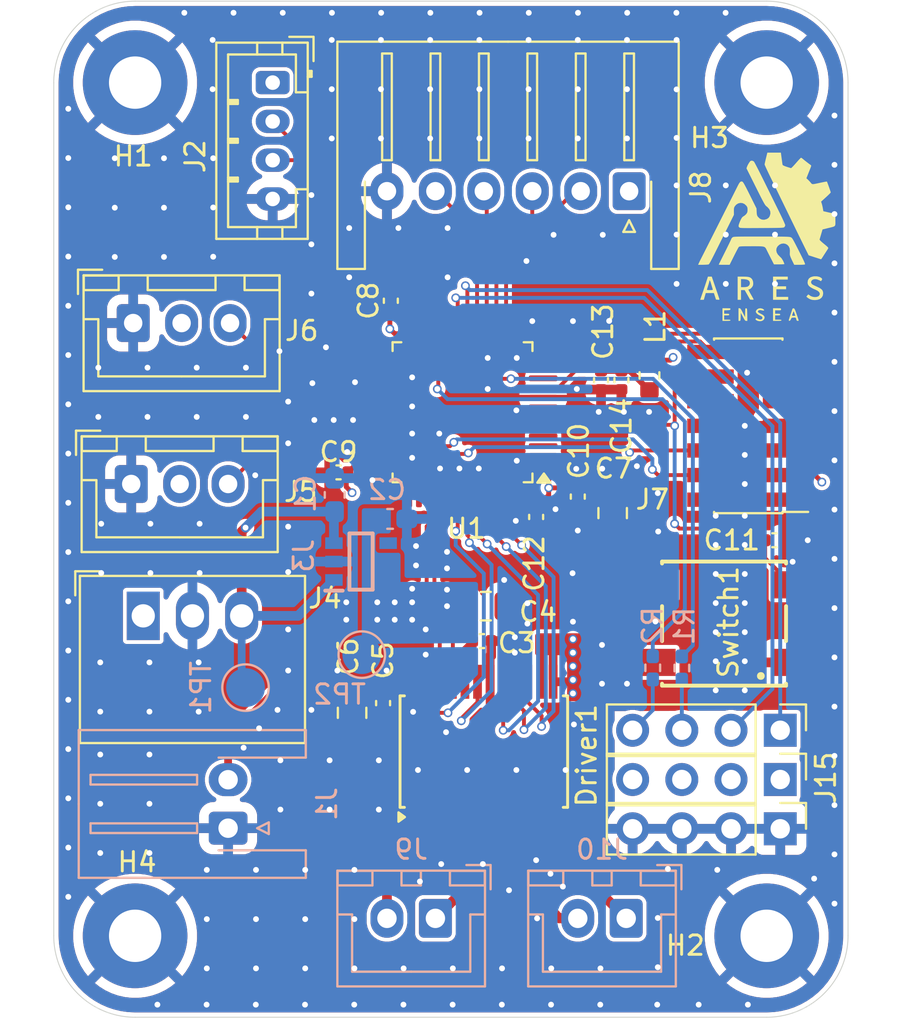
<source format=kicad_pcb>
(kicad_pcb (version 20241229) (generator "pcbnew") (generator_version "9.0")
  (title_block (comment 1 "Les deux erreurs DRC sont normales  : on prendra des pinheader 3x4 "))
  (layers (0 "F.Cu" signal) (4 "In1.Cu" signal) (6 "In2.Cu" signal) (2 "B.Cu" signal) (13 "F.Paste" user) (15 "B.Paste" user) (5 "F.SilkS" user "F.Silkscreen") (7 "B.SilkS" user "B.Silkscreen") (1 "F.Mask" user) (3 "B.Mask" user) (25 "Edge.Cuts" user))
  (net 0 "")
  (net 1 "GND")
  (net 2 "+5V")
  (net 3 "+3.3V")
  (net 4 "+7.5V")
  (net 5 "NRST")
  (net 6 "+3.3VA")
  (net 7 "AIN2")
  (net 8 "BIN2")
  (net 9 "BO2")
  (net 10 "AO1")
  (net 11 "BO1")
  (net 12 "PWMA")
  (net 13 "AIN1")
  (net 14 "BIN1")
  (net 15 "AO2")
  (net 16 "STBY")
  (net 17 "PWMB")
  (net 18 "Triger")
  (net 19 "Echo")
  (net 20 "PWM_Servo2")
  (net 21 "PWM_Servo1")
  (net 23 "SWCLK")
  (net 25 "SWDIO")
  (net 27 "STLINK_TX")
  (net 30 "STLINK_RX")
  (net 31 "IR_2")
  (net 32 "IR_4")
  (net 33 "IR_1")
  (net 34 "IR_3")
  (net 38 "Net-(J11-Pin_4)")
  (net 40 "GPIO2")
  (net 45 "GPIO1")
  (net 51 "Net-(J11-Pin_3)")
  (net 57 "RedLED")
  (net 58 "YellowLED")
  (footprint "Connector_PinHeader_2.54mm:PinHeader_1x04_P2.54mm_Vertical" (layer "F.Cu") (at 147.7 80.08 -90)
    (property "Reference" "J14" (hide yes))
    (property "Value" "Conn_01x04")
  )
  (footprint "MountingHole:MountingHole_2.7mm_M2.5_Pad" (layer "F.Cu") (at 147 85.6)
    (property "Reference" "H2")
    (property "Value" "MountingHole_Pad")
  )
  (footprint "Capacitor_SMD:C_0402_1005Metric" (layer "F.Cu") (at 147.4 65.2)
    (property "Reference" "C11")
    (property "Value" "10n")
  )
  (footprint "Connector_PinHeader_1.27mm:PinHeader_2x07_P1.27mm_Vertical_SMD" (layer "F.Cu") (at 146.05 59.3 180)
    (property "Reference" "J7")
    (property "Value" "Conn_ST_STDC14")
  )
  (footprint "Connector_JST:JST_PH_B4B-PH-K_1x04_P2.00mm_Vertical" (layer "F.Cu") (at 121.5 41.6 -90)
    (property "Reference" "J2")
    (property "Value" "Conn_01x04")
  )
  (footprint "Connector_PinHeader_2.54mm:PinHeader_1x04_P2.54mm_Vertical" (layer "F.Cu") (at 147.7 77.54 -90)
    (property "Reference" "J15")
    (property "Value" "Conn_01x04")
  )
  (footprint "bouton_Wurth_SMD:430471025826" (layer "F.Cu") (at 144.8 69.5 180)
    (property "Reference" "Switch1")
    (property "Value" "430471025826")
    (property "VALUE" "430471025826" (hide yes))
  )
  (footprint "Inductor_SMD:L_0603_1608Metric" (layer "F.Cu") (at 140.95 56.7 90)
    (property "Reference" "L1")
    (property "Value" "39n")
  )
  (footprint "Converter_DCDC:Converter_DCDC_RECOM_R-78B-2.0_THT" (layer "F.Cu") (at 114.82 69.1)
    (property "Reference" "J4")
    (property "Value" "R-78B5.0-2.0")
  )
  (footprint "Capacitor_SMD:C_0402_1005Metric" (layer "F.Cu") (at 137.25 62.95 -90)
    (property "Reference" "C10")
    (property "Value" "100n")
  )
  (footprint "MountingHole:MountingHole_2.7mm_M2.5_Pad" (layer "F.Cu") (at 114.4 41.6)
    (property "Reference" "H1")
    (property "Value" "MountingHole_Pad")
  )
  (footprint "Capacitor_SMD:C_0402_1005Metric" (layer "F.Cu") (at 135.1 64 -90)
    (property "Reference" "C12")
    (property "Value" "100n")
  )
  (footprint "Capacitor_SMD:C_0805_2012Metric" (layer "F.Cu") (at 132.5 68.6)
    (property "Reference" "C4")
    (property "Value" "10u")
  )
  (footprint "Package_SO:SSOP-24_5.3x8.2mm_P0.65mm" (layer "F.Cu") (at 132.4 76.1 90)
    (property "Reference" "Driver1")
    (property "Value" "TB6612FNG")
  )
  (footprint "Connector_JST:JST_XH_B3B-XH-A_1x03_P2.50mm_Vertical" (layer "F.Cu") (at 114.2 62.3)
    (property "Reference" "J5")
    (property "Value" "Conn_01x03")
  )
  (footprint "Capacitor_SMD:C_0402_1005Metric" (layer "F.Cu") (at 139.5 56.95 -90)
    (property "Reference" "C14")
    (property "Value" "1u")
  )
  (footprint "Connector_JST:JST_XH_B3B-XH-A_1x03_P2.50mm_Vertical" (layer "F.Cu") (at 114.3 54)
    (property "Reference" "J6")
    (property "Value" "Conn_01x03")
  )
  (footprint "Connector_PinHeader_2.54mm:PinHeader_1x04_P2.54mm_Vertical" (layer "F.Cu") (at 147.7 75 -90)
    (property "Reference" "J11" (hide yes))
    (property "Value" "Conn_01x04")
  )
  (footprint "Capacitor_SMD:C_0402_1005Metric" (layer "F.Cu") (at 127.2 73.6 -90)
    (property "Reference" "C5")
    (property "Value" "100n")
  )
  (footprint "Capacitor_SMD:C_0402_1005Metric" (layer "F.Cu") (at 132.3 70.4)
    (property "Reference" "C3")
    (property "Value" "100n")
  )
  (footprint "MountingHole:MountingHole_2.7mm_M2.5_Pad" (layer "F.Cu") (at 147 41.6)
    (property "Reference" "H3")
    (property "Value" "MountingHole_Pad")
  )
  (footprint "Capacitor_SMD:C_0402_1005Metric" (layer "F.Cu") (at 127.6 52.85 90)
    (property "Reference" "C8")
    (property "Value" "100n")
  )
  (footprint "Capacitor_SMD:C_0805_2012Metric" (layer "F.Cu") (at 125.6 74.1 -90)
    (property "Reference" "C6")
    (property "Value" "10u")
  )
  (footprint "logoares:logoares" (layer "F.Cu") (at 146.85 49.8)
    (property "Reference" "G***" (hide yes))
    (property "Value" "LOGO" (hide yes))
  )
  (footprint "Capacitor_SMD:C_0402_1005Metric" (layer "F.Cu") (at 124.9 61.7 180)
    (property "Reference" "C9")
    (property "Value" "100n")
  )
  (footprint "Package_QFP:LQFP-48_7x7mm_P0.5mm" (layer "F.Cu") (at 131.3 58.6 180)
    (property "Reference" "U1")
    (property "Value" "STM32L552CCTx")
  )
  (footprint "MountingHole:MountingHole_2.7mm_M2.5_Pad" (layer "F.Cu") (at 114.4 85.6)
    (property "Reference" "H4")
    (property "Value" "MountingHole_Pad")
  )
  (footprint "Connector_JST:JST_XH_S6B-XH-A-1_1x06_P2.50mm_Horizontal" (layer "F.Cu") (at 139.9 47.2 180)
    (property "Reference" "J8")
    (property "Value" "Conn_01x06")
  )
  (footprint "Capacitor_SMD:C_0402_1005Metric" (layer "F.Cu") (at 138.45 56.95 -90)
    (property "Reference" "C13")
    (property "Value" "10n")
  )
  (footprint "Capacitor_SMD:C_0805_2012Metric" (layer "F.Cu") (at 139.05 63.8 -90)
    (property "Reference" "C7")
    (property "Value" "4u7")
  )
  (footprint "Resistor_SMD:R_0402_1005Metric_Pad0.72x0.64mm_HandSolder" (layer "B.Cu") (at 141.12 71.78 -90)
    (property "Reference" "R2")
    (property "Value" "49.9")
  )
  (footprint "TestPoint:TestPoint_Pad_D2.0mm" (layer "B.Cu") (at 126.1 71.1 180)
    (property "Reference" "TP2")
    (property "Value" "TestPoint")
  )
  (footprint "Connector_JST:JST_XH_B2B-XH-A_1x02_P2.50mm_Vertical" (layer "B.Cu") (at 129.9 84.7 180)
    (property "Reference" "J9")
    (property "Value" "Conn_01x02")
  )
  (footprint "Connector_JST:JST_XH_S2B-XH-A-1_1x02_P2.50mm_Horizontal" (layer "B.Cu") (at 119.2 80.05 90)
    (property "Reference" "J1")
    (property "Value" "Conn_01x02")
  )
  (footprint "Resistor_SMD:R_0402_1005Metric_Pad0.72x0.64mm_HandSolder" (layer "B.Cu") (at 142.62 71.79 -90)
    (property "Reference" "R1")
    (property "Value" "75")
  )
  (footprint "TestPoint:TestPoint_Pad_D2.0mm" (layer "B.Cu") (at 120.1 72.8 180)
    (property "Reference" "TP1")
    (property "Value" "TestPoint")
  )
  (footprint "Connector_JST:JST_XH_B2B-XH-A_1x02_P2.50mm_Vertical" (layer "B.Cu") (at 139.75 84.7 180)
    (property "Reference" "J10")
    (property "Value" "Conn_01x02")
  )
  (footprint "BU33SD5WG-TR:SOT95P280X125-5N" (layer "B.Cu") (at 126.0625 66.3)
    (property "Reference" "J3")
    (property "Value" "BU33SD5WG-TR")
  )
  (footprint "Capacitor_SMD:C_0603_1608Metric_Pad1.08x0.95mm_HandSolder" (layer "B.Cu") (at 127.5625 64.1)
    (property "Reference" "C2")
    (property "Value" "1uF")
  )
  (footprint "Capacitor_SMD:C_0603_1608Metric_Pad1.08x0.95mm_HandSolder" (layer "B.Cu") (at 124.7 62.8625 90)
    (property "Reference" "C1")
    (property "Value" "1uF")
  )
  (gr_arc (start 110.2 41.6) (mid 111.430152 38.630152) (end 114.4 37.4) (stroke (width 0.05)) (layer "Edge.Cuts"))
  (gr_line (start 147 37.4) (end 114.4 37.4) (stroke (width 0.05)) (layer "Edge.Cuts"))
  (gr_arc (start 114.4 89.8) (mid 111.430152 88.569848) (end 110.2 85.6) (stroke (width 0.05)) (layer "Edge.Cuts"))
  (gr_line (start 114.4 89.8) (end 147 89.8) (stroke (width 0.05)) (layer "Edge.Cuts"))
  (gr_arc (start 147 37.4) (mid 149.969848 38.630152) (end 151.2 41.6) (stroke (width 0.05)) (layer "Edge.Cuts"))
  (gr_line (start 151.2 85.6) (end 151.2 41.6) (stroke (width 0.05)) (layer "Edge.Cuts"))
  (gr_arc (start 151.2 85.6) (mid 149.969848 88.569848) (end 147 89.8) (stroke (width 0.05)) (layer "Edge.Cuts"))
  (gr_line (start 110.2 41.6) (end 110.2 85.6) (stroke (width 0.05)) (layer "Edge.Cuts"))
  (via (at 150.5 71.24) (size 0.45) (drill 0.3) (layers "F.Cu" "B.Cu") (net 1))
  (via (at 150.5 61.08) (size 0.45) (drill 0.3) (layers "F.Cu" "B.Cu") (net 1))
  (via (at 125.3 69.3) (size 0.45) (drill 0.3) (layers "F.Cu" "B.Cu") (net 1))
  (via (at 123.55 57.1) (size 0.45) (drill 0.3) (layers "F.Cu" "B.Cu") (net 1))
  (via (at 132.17 39.4) (size 0.45) (drill 0.3) (layers "F.Cu" "B.Cu") (net 1))
  (via (at 145.87 63.94) (size 0.45) (drill 0.3) (layers "F.Cu" "B.Cu") (net 1))
  (via (at 134.71 41.94) (size 0.45) (drill 0.3) (layers "F.Cu" "B.Cu") (net 1))
  (via (at 124.55 39.4) (size 0.45) (drill 0.3) (layers "F.Cu" "B.Cu") (net 1))
  (via (at 129.4 71.1) (size 0.45) (drill 0.3) (layers "F.Cu" "B.Cu") (net 1))
  (via (at 135.87 89.15) (size 0.45) (drill 0.3) (layers "F.Cu" "B.Cu") (net 1))
  (via (at 128.7 60.95) (size 0.45) (drill 0.3) (layers "F.Cu" "B.Cu") (net 1))
  (via (at 139.79 72.6) (size 0.45) (drill 0.3) (layers "F.Cu" "B.Cu") (net 1))
  (via (at 118.09 89.15) (size 0.45) (drill 0.3) (layers "F.Cu" "B.Cu") (net 1))
  (via (at 140.3 61.38) (size 0.45) (drill 0.3) (layers "F.Cu" "B.Cu") (net 1))
  (via (at 113.35 48.05) (size 0.45) (drill 0.3) (layers "F.Cu" "B.Cu") (net 1))
  (via (at 133.34 87.28) (size 0.45) (drill 0.3) (layers "F.Cu" "B.Cu") (net 1))
  (via (at 110.95 53.11) (size 0.45) (drill 0.3) (layers "F.Cu" "B.Cu") (net 1))
  (via (at 120.63 89.15) (size 0.45) (drill 0.3) (layers "F.Cu" "B.Cu") (net 1))
  (via (at 130.8 87.28) (size 0.45) (drill 0.3) (layers "F.Cu" "B.Cu") (net 1))
  (via (at 136.98 66.9) (size 0.45) (drill 0.3) (layers "F.Cu" "B.Cu") (net 1))
  (via (at 138.5 70.6) (size 0.45) (drill 0.3) (layers "F.Cu" "B.Cu") (net 1))
  (via (at 110.95 55.65) (size 0.45) (drill 0.3) (layers "F.Cu" "B.Cu") (net 1))
  (via (at 122.02 38) (size 0.45) (drill 0.3) (layers "F.Cu" "B.Cu") (net 1))
  (via (at 134.72 38) (size 0.45) (drill 0.3) (layers "F.Cu" "B.Cu") (net 1))
  (via (at 130.5 65.8) (size 0.45) (drill 0.3) (layers "F.Cu" "B.Cu") (net 1))
  (via (at 129.63 44.48) (size 0.45) (drill 0.3) (layers "F.Cu" "B.Cu") (net 1))
  (via (at 145.87 65.44) (size 0.45) (drill 0.3) (layers "F.Cu" "B.Cu") (net 1))
  (via (at 117.68 74.04) (size 0.45) (drill 0.3) (layers "F.Cu" "B.Cu") (net 1))
  (via (at 145.87 59.3) (size 0.45) (drill 0.3) (layers "F.Cu" "B.Cu") (net 1))
  (via (at 148.34 66.31) (size 0.45) (drill 0.3) (layers "F.Cu" "B.Cu") (net 1))
  (via (at 115.89 48.05) (size 0.45) (drill 0.3) (layers "F.Cu" "B.Cu") (net 1))
  (via (at 129 77.05) (size 0.45) (drill 0.3) (layers "F.Cu" "B.Cu") (net 1))
  (via (at 137.05 74.7) (size 0.45) (drill 0.3) (layers "F.Cu" "B.Cu") (net 1))
  (via (at 112.65 64.35) (size 0.45) (drill 0.3) (layers "F.Cu" "B.Cu") (net 1))
  (via (at 112.6 74.04) (size 0.45) (drill 0.3) (layers "F.Cu" "B.Cu") (net 1))
  (via (at 130.79 89.15) (size 0.45) (drill 0.3) (layers "F.Cu" "B.Cu") (net 1))
  (via (at 130.53 51.64) (size 0.45) (drill 0.3) (layers "F.Cu" "B.Cu") (net 1))
  (via (at 144.37 63.94) (size 0.45) (drill 0.3) (layers "F.Cu" "B.Cu") (net 1))
  (via (at 135.88 87.28) (size 0.45) (drill 0.3) (layers "F.Cu" "B.Cu") (net 1))
  (via (at 123.5 47.4) (size 0.45) (drill 0.3) (layers "F.Cu" "B.Cu") (net 1))
  (via (at 115.14 81.33) (size 0.45) (drill 0.3) (layers "F.Cu" "B.Cu") (net 1))
  (via (at 136.48 83.06) (size 0.45) (drill 0.3) (layers "F.Cu" "B.Cu") (net 1))
  (via (at 125.45 49.1) (size 0.45) (drill 0.3) (layers "F.Cu" "B.Cu") (net 1))
  (via (at 110.95 75.97) (size 0.45) (drill 0.3) (layers "F.Cu" "B.Cu") (net 1))
  (via (at 138.87 53.89) (size 0.45) (drill 0.3) (layers "F.Cu" "B.Cu") (net 1))
  (via (at 137.17 61.52) (size 0.45) (drill 0.3) (layers "F.Cu" "B.Cu") (net 1))
  (via (at 122.3 64.5) (size 0.45) (drill 0.3) (layers "F.Cu" "B.Cu") (net 1))
  (via (at 128.75 74.05) (size 0.45) (drill 0.3) (layers "F.Cu" "B.Cu") (net 1))
  (via (at 144.88 38) (size 0.45) (drill 0.3) (layers "F.Cu" "B.Cu") (net 1))
  (via (at 124.65 59) (size 0.45) (drill 0.3) (layers "F.Cu" "B.Cu") (net 1))
  (via (at 150.5 68.7) (size 0.45) (drill 0.3) (layers "F.Cu" "B.Cu") (net 1))
  (via (at 142.35 41.95) (size 0.45) (drill 0.3) (layers "F.Cu" "B.Cu") (net 1))
  (via (at 139.79 41.94) (size 0.45) (drill 0.3) (layers "F.Cu" "B.Cu") (net 1))
  (via (at 123.18 87.28) (size 0.45) (drill 0.3) (layers "F.Cu" "B.Cu") (net 1))
  (via (at 137.25 44.48) (size 0.45) (drill 0.3) (layers "F.Cu" "B.Cu") (net 1))
  (via (at 149.12 65.2) (size 0.45) (drill 0.3) (layers "F.Cu" "B.Cu") (net 1))
  (via (at 136 49.45) (size 0.45) (drill 0.3) (layers "F.Cu" "B.Cu") (net 1))
  (via (at 118.43 48.04) (size 0.45) (drill 0.3) (layers "F.Cu" "B.Cu") (net 1))
  (via (at 138.41 89.15) (size 0.45) (drill 0.3) (layers "F.Cu" "B.Cu") (net 1))
  (via (at 124.84 71.92) (size 0.45) (drill 0.3) (layers "F.Cu" "B.Cu") (net 1))
  (via (at 122.3 71.92) (size 0.45) (drill 0.3) (layers "F.Cu" "B.Cu") (net 1))
  (via (at 138.51 61.51) (size 0.45) (drill 0.3) (layers "F.Cu" "B.Cu") (net 1))
  (via (at 112.65 66.89) (size 0.45) (drill 0.3) (layers "F.Cu" "B.Cu") (net 1))
  (via (at 131.54 77.05) (size 0.45) (drill 0.3) (layers "F.Cu" "B.Cu") (net 1))
  (via (at 137.25 39.4) (size 0.45) (drill 0.3) (layers "F.Cu" "B.Cu") (net 1))
  (via (at 125.72 84.74) (size 0.45) (drill 0.3) (layers "F.Cu" "B.Cu") (net 1))
  (via (at 150.5 73.78) (size 0.45) (drill 0.3) (layers "F.Cu" "B.Cu") (net 1))
  (via (at 115.04 56.3) (size 0.45) (drill 0.3) (layers "F.Cu" "B.Cu") (net 1))
  (via (at 118.43 50.58) (size 0.45) (drill 0.3) (layers "F.Cu" "B.Cu") (net 1))
  (via (at 150.5 81.4) (size 0.45) (drill 0.3) (layers "F.Cu" "B.Cu") (net 1))
  (via (at 144.37 69.94) (size 0.45) (drill 0.3) (layers "F.Cu" "B.Cu") (net 1))
  (via (at 149.45 82.65) (size 0.45) (drill 0.3) (layers "F.Cu" "B.Cu") (net 1))
  (via (at 150.5 43.3) (size 0.45) (drill 0.3) (layers "F.Cu" "B.Cu") (net 1))
  (via (at 134.08 58.5) (size 0.45) (drill 0.3) (layers "F.Cu" "B.Cu") (net 1))
  (via (at 110.95 83.59) (size 0.45) (drill 0.3) (layers "F.Cu" "B.Cu") (net 1))
  (via (at 123.5 52.48) (size 0.45) (drill 0.3) (layers "F.Cu" "B.Cu") (net 1))
  (via (at 150.5 76.32) (size 0.45) (drill 0.3) (layers "F.Cu" "B.Cu") (net 1))
  (via (at 147.43 51.98) (size 0.45) (drill 0.3) (layers "F.Cu" "B.Cu") (net 1))
  (via (at 123.65 59) (size 0.45) (drill 0.3) (layers "F.Cu" "B.Cu") (net 1))
  (via (at 130.45 75.1) (size 0.45) (drill 0.3) (layers "F.Cu" "B.Cu") (net 1))
  (via (at 112.6 78.79) (size 0.45) (drill 0.3) (layers "F.Cu" "B.Cu") (net 1))
  (via (at 136.1 63.6) (size 0.45) (drill 0.3) (layers "F.Cu" "B.Cu") (net 1))
  (via (at 144.45 82.2) (size 0.45) (drill 0.3) (layers "F.Cu" "B.Cu") (net 1))
  (via (at 117.73 66.89) (size 0.45) (drill 0.3) (layers "F.Cu" "B.Cu") (net 1))
  (via (at 150.5 78.86) (size 0.45) (drill 0.3) (layers "F.Cu" "B.Cu") (net 1))
  (via (at 134.65 68.45) (size 0.45) (drill 0.3) (layers "F.Cu" "B.Cu") (net 1))
  (via (at 113.35 50.59) (size 0.45) (drill 0.3) (layers "F.Cu" "B.Cu") (net 1))
  (via (at 139.63 58.58) (size 0.45) (drill 0.3) (layers "F.Cu" "B.Cu") (net 1))
  (via (at 139.8 38) (size 0.45) (drill 0.3) (layers "F.Cu" "B.Cu") (net 1))
  (via (at 126.98 76.55) (size 0.45) (drill 0.3) (layers "F.Cu" "B.Cu") (net 1))
  (via (at 118.1 87.28) (size 0.45) (drill 0.3) (layers "F.Cu" "B.Cu") (net 1))
  (via (at 110.95 78.51) (size 0.45) (drill 0.3) (layers "F.Cu" "B.Cu") (net 1))
  (via (at 129.1 82.8) (size 0.45) (drill 0.3) (layers "F.Cu" "B.Cu") (net 1))
  (via (at 118.43 45.5) (size 0.45) (drill 0.3) (layers "F.Cu" "B.Cu") (net 1))
  (via (at 150.5 50.92) (size 0.45) (drill 0.3) (layers "F.Cu" "B.Cu") (net 1))
  (via (at 118.1 84.74) (size 0.45) (drill 0.3) (layers "F.Cu" "B.Cu") (net 1))
  (via (at 110.95 63.27) (size 0.45) (drill 0.3) (layers "F.Cu" "B.Cu") (net 1))
  (via (at 110.95 45.49) (size 0.45) (drill 0.3) (layers "F.Cu" "B.Cu") (net 1))
  (via (at 110.95 60.73) (size 0.45) (drill 0.3) (layers "F.Cu" "B.Cu") (net 1))
  (via (at 142.35 49.44) (size 0.45) (drill 0.3) (layers "F.Cu" "B.Cu") (net 1))
  (via (at 116.94 38) (size 0.45) (drill 0.3) (layers "F.Cu" "B.Cu") (net 1))
  (via (at 127.1 38) (size 0.45) (drill 0.3) (layers "F.Cu" "B.Cu") (net 1))
  (via (at 134.08 77.05) (size 0.45) (drill 0.3) (layers "F.Cu" "B.Cu") (net 1))
  (via (at 131.14 61.5) (size 0.45) (drill 0.3) (layers "F.Cu" "B.Cu") (net 1))
  (via (at 145.87 60.8) (size 0.45) (drill 0.3) (layers "F.Cu" "B.Cu") (net 1))
  (via (at 117.58 56.3) (size 0.45) (drill 0.3) (layers "F.Cu" "B.Cu") (net 1))
  (via (at 141.38 84.68) (size 0.45) (drill 0.3) (layers "F.Cu" "B.Cu") (net 1))
  (via (at 142.35 44.45) (size 0.45) (drill 0.3) (layers "F.Cu" "B.Cu") (net 1))
  (via (at 110.95 58.19) (size 0.45) (drill 0.3) (layers "F.Cu" "B.Cu") (net 1))
  (via (at 122.3 60.2) (size 0.45) (drill 0.3) (layers "F.Cu" "B.Cu") (net 1))
  (via (at 118.1 82.2) (size 0.45) (drill 0.3) (layers "F.Cu" "B.Cu") (net 1))
  (via (at 144.89 51.98) (size 0.45) (drill 0.3) (layers "F.Cu" "B.Cu") (net 1))
  (via (at 134.05 64.2) (size 0.45) (drill 0.3) (layers "F.Cu" "B.Cu") (net 1))
  (via (at 129.63 41.94) (size 0.45) (drill 0.3) (layers "F.Cu" "B.Cu") (net 1))
  (via (at 123.17 89.15) (size 0.45) (drill 0.3) (layers "F.Cu" "B.Cu") (net 1))
  (via (at 132.14 61.5) (size 0.45) (drill 0.3) (layers "F.Cu" "B.Cu") (net 1))
  (via (at 120.64 82.2) (size 0.45) (drill 0.3) (layers "F.Cu" "B.Cu") (net 1))
  (via (at 110.95 70.89) (size 0.45) (drill 0.3) (layers "F.Cu" "B.Cu") (net 1))
  (via (at 150.5 83.94) (size 0.45) (drill 0.3) (layers "F.Cu" "B.Cu") (net 1))
  (via (at 115.04 58.84) (size 0.45) (drill 0.3) (layers "F.Cu" "B.Cu") (net 1))
  (via (at 122.3 66.84) (size 0.45) (drill 0.3) (layers "F.Cu" "B.Cu") (net 1))
  (via (at 125.72 82.2) (size 0.45) (drill 0.3) (layers "F.Cu" "B.Cu") (net 1))
  (via (at 127.09 41.94) (size 0.45) (drill 0.3) (layers "F.Cu" "B.Cu") (net 1))
  (via (at 141.35 89.15) (size 0.45) (drill 0.3) (layers "F.Cu" "B.Cu") (net 1))
  (via (at 128.9 65.5) (size 0.45) (drill 0.3) (layers "F.Cu" "B.Cu") (net 1))
  (via (at 128.9 66.5) (size 0.45) (drill 0.3) (layers "F.Cu" "B.Cu") (net 1))
  (via (at 125.72 87.28) (size 0.45) (drill 0.3) (layers "F.Cu" "B.Cu") (net 1))
  (via (at 150.5 56) (size 0.45) (drill 0.3) (layers "F.Cu" "B.Cu") (net 1))
  (via (at 110.95 81.05) (size 0.45) (drill 0.3) (layers "F.Cu" "B.Cu") (net 1))
  (via (at 123.18 84.74) (size 0.45) (drill 0.3) (layers "F.Cu" "B.Cu") (net 1))
  (via (at 115.89 45.5) (size 0.45) (drill 0.3) (layers "F.Cu" "B.Cu") (net 1))
  (via (at 117.58 58.84) (size 0.45) (drill 0.3) (layers "F.Cu" "B.Cu") (net 1))
  (via (at 130.53 49.1) (size 0.45) (drill 0.3) (layers "F.Cu" "B.Cu") (net 1))
  (via (at 127.09 44.48) (size 0.45) (drill 0.3) (layers "F.Cu" "B.Cu") (net 1))
  (via (at 135.15 84.7) (size 0.45) (drill 0.3) (layers "F.Cu" "B.Cu") (net 1))
  (via (at 118.4 39.4) (size 0.45) (drill 0.3) (layers "F.Cu" "B.Cu") (net 1))
  (via (at 120.12 56.3) (size 0.45) (drill 0.3) (layers "F.Cu" "B.Cu") (net 1))
  (via (at 146.03 89.15) (size 0.45) (drill 0.3) (layers "F.Cu" "B.Cu") (net 1))
  (via (at 121.75 73.95) (size 0.45) (drill 0.3) (layers "F.Cu" "B.Cu") (net 1))
  (via (at 133.7 83.25) (size 0.45) (drill 0.3) (layers "F.Cu" "B.Cu") (net 1))
  (via (at 128.7 56.8) (size 0.45) (drill 0.3) (layers "F.Cu" "B.Cu") (net 1))
  (via (at 112.5 58.84) (size 0.45) (drill 0.3) (layers "F.Cu" "B.Cu") (net 1))
  (via (at 144.89 49.44) (size 0.45) (drill 0.3) (layers "F.Cu" "B.Cu") (net 1))
  (via (at 115.19 66.89) (size 0.45) (drill 0.3) (layers "F.Cu" "B.Cu") (net 1))
  (via (at 138.33 58.58) (size 0.45) (drill 0.3) (layers "F.Cu" "B.Cu") (net 1))
  (via (at 113.35 45.5) (size 0.45) (drill 0.3) (layers "F.Cu" "B.Cu") (net 1))
  (via (at 120.64 84.74) (size 0.45) (drill 0.3) (layers "F.Cu" "B.Cu") (net 1))
  (via (at 144.37 72.94) (size 0.45) (drill 0.3) (layers "F.Cu" "B.Cu") (net 1))
  (via (at 125.71 89.15) (size 0.45) (drill 0.3) (layers "F.Cu" "B.Cu") (net 1))
  (via (at 144.89 46.9) (size 0.45) (drill 0.3) (layers "F.Cu" "B.Cu") (net 1))
  (via (at 124.44 76.55) (size 0.45) (drill 0.3) (layers "F.Cu" "B.Cu") (net 1))
  (via (at 126.98 79.09) (size 0.45) (drill 0.3) (layers "F.Cu" "B.Cu") (net 1))
  (via (at 137.2 57.4) (size 0.45) (drill 0.3) (layers "F.Cu" "B.Cu") (net 1))
  (via (at 150.5 45.84) (size 0.45) (drill 0.3) (layers "F.Cu" "B.Cu") (net 1))
  (via (at 124.25 55.25) (size 0.45) (drill 0.3) (layers "F.Cu" "B.Cu") (net 1))
  (via (at 125.45 51.64) (size 0.45) (drill 0.3) (layers "F.Cu" "B.Cu") (net 1))
  (via (at 138.54 49.45) (size 0.45) (drill 0.3) (layers "F.Cu" "B.Cu") (net 1))
  (via (at 135.1 81.7) (size 0.45) (drill 0.3) (layers "F.Cu" "B.Cu") (net 1))
  (via (at 121.85 55.45) (size 0.45) (drill 0.3) (layers "F.Cu" "B.Cu") (net 1))
  (via (at 132.6 57.4) (size 0.45) (drill 0.3) (layers "F.Cu" "B.Cu") (net 1))
  (via (at 124.55 41.94) (size 0.45) (drill 0.3) (layers "F.Cu" "B.Cu") (net 1))
  (via (at 137.25 64.7) (size 0.45) (drill 0.3) (layers "F.Cu" "B.Cu") (net 1))
  (via (at 140.93 58.58) (size 0.45) (drill 0.3) (layers "F.Cu" "B.Cu") (net 1))
  (via (at 139.79 44.48) (size 0.45) (drill 0.3) (layers "F.Cu" "B.Cu") (net 1))
  (via (at 118.4 41.94) (size 0.45) (drill 0.3) (layers "F.Cu" "B.Cu") (net 1))
  (via (at 129.64 38) (size 0.45) (drill 0.3) (layers "F.Cu" "B.Cu") (net 1))
  (via (at 122.3 58.05) (size 0.45) (drill 0.3) (layers "F.Cu" "B.Cu") (net 1))
  (via (at 147.43 49.44) (size 0.45) (drill 0.3) (layers "F.Cu" "B.Cu") (net 1))
  (via (at 142.35 39.4) (size 0.45) (drill 0.3) (layers "F.Cu" "B.Cu") (net 1))
  (via (at 134.71 39.4) (size 0.45) (drill 0.3) (layers "F.Cu" "B.Cu") (net 1))
  (via (at 150.5 48.38) (size 0.45) (drill 0.3) (layers "F.Cu" "B.Cu") (net 1))
  (via (at 130.1 59.7) (size 0.45) (drill 0.3) (layers "F.Cu" "B.Cu") (net 1))
  (via (at 127.09 39.4) (size 0.45) (drill 0.3) (layers "F.Cu" "B.Cu") (net 1))
  (via (at 134.65 69.5) (size 0.45) (drill 0.3) (layers "F.Cu" "B.Cu") (net 1))
  (via (at 124.44 79.09) (size 0.45) (drill 0.3) (layers "F.Cu" "B.Cu") (net 1))
  (via (at 145.87 62.3) (size 0.45) (drill 0.3) (layers "F.Cu" "B.Cu") (net 1))
  (via (at 141.38 62.77) (size 0.45) (drill 0.3) (layers "F.Cu" "B.Cu") (net 1))
  (via (at 122.3 69.8) (size 0.45) (drill 0.3) (layers "F.Cu" "B.Cu") (net 1))
  (via (at 115.89 50.59) (size 0.45) (drill 0.3) (layers "F.Cu" "B.Cu") (net 1))
  (via (at 145.99 56.56) (size 0.45) (drill 0.3) (layers "F.Cu" "B.Cu") (net 1))
  (via (at 123.5 73.95) (size 0.45) (drill 0.3) (layers "F.Cu" "B.Cu") (net 1))
  (via (at 137 69.4) (size 0.45) (drill 0.3) (layers "F.Cu" "B.Cu") (net 1))
  (via (at 115.55 89.15) (size 0.45) (drill 0.3) (layers "F.Cu" "B.Cu") (net 1))
  (via (at 120.6 61.85) (size 0.45) (drill 0.3) (layers "F.Cu" "B.Cu") (net 1))
  (via (at 134 70.2) (size 0.45) (drill 0.3) (layers "F.Cu" "B.Cu") (net 1))
  (via (at 123.5 49.94) (size 0.45) (drill 0.3) (layers "F.Cu" "B.Cu") (net 1))
  (via (at 142.34 38) (size 0.45) (drill 0.3) (layers "F.Cu" "B.Cu") (net 1))
  (via (at 150.5 63.62) (size 0.45) (drill 0.3) (layers "F.Cu" "B.Cu") (net 1))
  (via (at 150.5 53.46) (size 0.45) (drill 0.3) (layers "F.Cu" "B.Cu") (net 1))
  (via (at 115.14 78.79) (size 0.45) (drill 0.3) (layers "F.Cu" "B.Cu") (net 1))
  (via (at 137 53.9) (size 0.45) (drill 0.3) (layers "F.Cu" "B.Cu") (net 1))
  (via (at 144.37 65.44) (size 0.45) (drill 0.3) (layers "F.Cu" "B.Cu") (net 1))
  (via (at 145.87 66.94) (size 0.45) (drill 0.3) (layers "F.Cu" "B.Cu") (net 1))
  (via (at 124.56 38) (size 0.45) (drill 0.3) (layers "F.Cu" "B.Cu") (net 1))
  (via (at 115.14 76.25) (size 0.45) (drill 0.3) (layers "F.Cu" "B.Cu") (net 1))
  (via (at 127.99 49.1) (size 0.45) (drill 0.3) (layers "F.Cu" "B.Cu") (net 1))
  (via (at 133.33 89.15) (size 0.45) (drill 0.3) (layers "F.Cu" "B.Cu") (net 1))
  (via (at 134.1 55.8) (size 0.45) (drill 0.3) (layers "F.Cu" "B.Cu") (net 1))
  (via (at 119.48 38) (size 0.45) (drill 0.3) (layers "F.Cu" "B.Cu") (net 1))
  (via (at 110.95 65.81) (size 0.45) (drill 0.3) (layers "F.Cu" "B.Cu") (net 1))
  (via (at 128.26 87.28) (size 0.45) (drill 0.3) (layers "F.Cu" "B.Cu") (net 1))
  (via (at 110.95 68.35) (size 0.45) (drill 0.3) (layers "F.Cu" "B.Cu") (net 1))
  (via (at 132.18 38) (size 0.45) (drill 0.3) (layers "F.Cu" "B.Cu") (net 1))
  (via (at 120 75.9) (size 0.45) (drill 0.3) (layers "F.Cu" "B.Cu") (net 1))
  (via (at 134.9 53.9) (size 0.45) (drill 0.3) (layers "F.Cu" "B.Cu") (net 1))
  (via (at 110.95 50.57) (size 0.45) (drill 0.3) (layers "F.Cu" "B.Cu") (net 1))
  (via (at 112.6 71.5) (size 0.45) (drill 0.3) (layers "F.Cu" "B.Cu") (net 1))
  (via (at 145.87 69.94) (size 0.45) (drill 0.3) (layers "F.Cu" "B.Cu") (net 1))
  (via (at 141.38 87.22) (size 0.45) (drill 0.3) (layers "F.Cu" "B.Cu") (net 1))
  (via (at 125.35 60.65) (size 0.45) (drill 0.3) (layers "F.Cu" "B.Cu") (net 1))
  (via (at 134 71) (size 0.45) (drill 0.3) (layers "F.Cu" "B.Cu") (net 1))
  (via (at 120.8 74.9) (size 0.45) (drill 0.3) (layers "F.Cu" "B.Cu") (net 1))
  (via (at 147.43 46.9) (size 0.45) (drill 0.3) (layers "F.Cu" "B.Cu") (net 1))
  (via (at 125.75 57.05) (size 0.45) (drill 0.3) (layers "F.Cu" "B.Cu") (net 1))
  (via (at 130.5 66.65) (size 0.45) (drill 0.3) (layers "F.Cu" "B.Cu") (net 1))
  (via (at 115.14 71.5) (size 0.45) (drill 0.3) (layers "F.Cu" "B.Cu") (net 1))
  (via (at 138.5 72.6) (size 0.45) (drill 0.3) (layers "F.Cu" "B.Cu") (net 1))
  (via (at 124.55 44.48) (size 0.45) (drill 0.3) (layers "F.Cu" "B.Cu") (net 1))
  (via (at 120.64 87.28) (size 0.45) (drill 0.3) (layers "F.Cu" "B.Cu") (net 1))
  (via (at 125.65 59) (size 0.45) (drill 0.3) (layers "F.Cu" "B.Cu") (net 1))
  (via (at 128.7 58.3) (size 0.45) (drill 0.3) (layers "F.Cu" "B.Cu") (net 1))
  (via (at 130.2 81.9) (size 0.45) (drill 0.3) (layers "F.Cu" "B.Cu") (net 1))
  (via (at 134.6 50.8) (size 0.45) (drill 0.3) (layers "F.Cu" "B.Cu") (net 1))
  (via (at 145.87 72.94) (size 0.45) (drill 0.3) (layers "F.Cu" "B.Cu") (net 1))
  (via (at 115.19 64.35) (size 0.45) (drill 0.3) (layers "F.Cu" "B.Cu") (net 1))
  (via (at 112.6 81.33) (size 0.45) (drill 0.3) (layers "F.Cu" "B.Cu") (net 1))
  (via (at 123.18 82.2) (size 0.45) (drill 0.3) (layers "F.Cu" "B.Cu") (net 1))
  (via (at 150.5 58.54) (size 0.45) (drill 0.3) (layers "F.Cu" "B.Cu") (net 1))
  (via (at 128.7 59.7) (size 0.45) (drill 0.3) (layers "F.Cu" "B.Cu") (net 1))
  (via (at 121.9 79.09) (size 0.45) (drill 0.3) (layers "F.Cu" "B.Cu") (net 1))
  (via (at 144.37 68.44) (size 0.45) (drill 0.3) (layers "F.Cu" "B.Cu") (net 1))
  (via (at 128.25 89.15) (size 0.45) (drill 0.3) (layers "F.Cu" "B.Cu") (net 1))
  (via (at 141.26 69.39) (size 0.45) (drill 0.3) (layers "F.Cu" "B.Cu") (net 1))
  (via (at 132.35 81.9) (size 0.45) (drill 0.3) (layers "F.Cu" "B.Cu") (net 1))
  (via (at 141.9 82.15) (size 0.45) (drill 0.3) (layers "F.Cu" "B.Cu") (net 1))
  (via (at 117.73 64.35) (size 0.45) (drill 0.3) (layers "F.Cu" "B.Cu") (net 1))
  (via (at 142.35 46.9) (size 0.45) (drill 0.3) (layers "F.Cu" "B.Cu") (net 1))
  (via (at 127.38 71.92) (size 0.45) (drill 0.3) (layers "F.Cu" "B.Cu") (net 1))
  (via (at 126.65 62.1) (size 0.45) (drill 0.3) (layers "F.Cu" "B.Cu") (net 1))
  (via (at 133.45 67.25) (size 0.45) (drill 0.3) (layers "F.Cu" "B.Cu") (net 1))
  (via (at 115.14 74.04) (size 0.45) (drill 0.3) (layers "F.Cu" "B.Cu") (net 1))
  (via (at 145.87 68.44) (size 0.45) (drill 0.3) (layers "F.Cu" "B.Cu") (net 1))
  (via (at 134.1 61.1) (size 0.45) (drill 0.3) (layers "F.Cu" "B.Cu") (net 1))
  (via (at 143.49 89.15) (size 0.45) (drill 0.3) (layers "F.Cu" "B.Cu") (net 1))
  (via (at 132.6 55.8) (size 0.45) (drill 0.3) (layers "F.Cu" "B.Cu") (net 1))
  (via (at 141.4 64.75) (size 0.45) (drill 0.3) (layers "F.Cu" "B.Cu") (net 1))
  (via (at 142.35 51.98) (size 0.45) (drill 0.3) (layers "F.Cu" "B.Cu") (net 1))
  (via (at 121.9 76.55) (size 0.45) (drill 0.3) (layers "F.Cu" "B.Cu") (net 1))
  (via (at 132.17 44.48) (size 0.45) (drill 0.3) (layers "F.Cu" "B.Cu") (net 1))
  (via (at 137.25 41.94) (size 0.45) (drill 0.3) (layers "F.Cu" "B.Cu") (net 1))
  (via (at 132.17 41.94) (size 0.45) (drill 0.3) (layers "F.Cu" "B.Cu") (net 1))
  (via (at 129.63 39.4) (size 0.45) (drill 0.3) (layers "F.Cu" "B.Cu") (net 1))
  (via (at 117.68 71.5) (size 0.45) (drill 0.3) (layers "F.Cu" "B.Cu") (net 1))
  (via (at 120.12 58.84) (size 0.45) (drill 0.3) (layers "F.Cu" "B.Cu") (net 1))
  (via (at 145.87 71.44) (size 0.45) (drill 0.3) (layers "F.Cu" "B.Cu") (net 1))
  (via (at 138.42 87.28) (size 0.45) (drill 0.3) (layers "F.Cu" "B.Cu") (net 1))
  (via (at 135.84 82.4) (size 0.45) (drill 0.3) (layers "F.Cu" "B.Cu") (net 1))
  (via (at 110.95 48.03) (size 0.45) (drill 0.3) (layers "F.Cu" "B.Cu") (net 1))
  (via (at 110.95 42.95) (size 0.45) (drill 0.3) (layers "F.Cu" "B.Cu") (net 1))
  (via (at 150.5 66.16) (size 0.45) (drill 0.3) (layers "F.Cu" "B.Cu") (net 1))
  (via (at 112.5 56.3) (size 0.45) (drill 0.3) (layers "F.Cu" "B.Cu") (net 1))
  (via (at 144.37 66.94) (size 0.45) (drill 0.3) (layers "F.Cu" "B.Cu") (net 1))
  (via (at 134.71 44.48) (size 0.45) (drill 0.3) (layers "F.Cu" "B.Cu") (net 1))
  (via (at 137.26 38) (size 0.45) (drill 0.3) (layers "F.Cu" "B.Cu") (net 1))
  (via (at 136.62 77.05) (size 0.45) (drill 0.3) (layers "F.Cu" "B.Cu") (net 1))
  (via (at 112.6 76.25) (size 0.45) (drill 0.3) (layers "F.Cu" "B.Cu") (net 1))
  (via (at 139.79 39.4) (size 0.45) (drill 0.3) (layers "F.Cu" "B.Cu") (net 1))
  (via (at 130.14 61.5) (size 0.45) (drill 0.3) (layers "F.Cu" "B.Cu") (net 1))
  (via (at 144.37 71.44) (size 0.45) (drill 0.3) (layers "F.Cu" "B.Cu") (net 1))
  (via (at 110.95 73.43) (size 0.45) (drill 0.3) (layers "F.Cu" "B.Cu") (net 1))
  (via (at 125.3 68.4) (size 0.45) (drill 0.3) (layers "F.Cu" "B.Cu") (net 1))
  (segment (start 120.1 64.55) (end 119.9 64.75) (width 0.5) (layer "F.Cu") (net 2))
  (segment (start 119.9 64.75) (end 119.9 69.1) (width 0.5) (layer "F.Cu") (net 2))
  (via (at 120.1 64.55) (size 0.45) (drill 0.3) (layers "F.Cu" "B.Cu") (net 2))
  (segment (start 119.9 72.6) (end 120.1 72.8) (width 0.4) (layer "B.Cu") (net 2))
  (segment (start 122.8125 69.1) (end 124.6625 67.25) (width 0.5) (layer "B.Cu") (net 2))
  (segment (start 120.925 63.725) (end 120.1 64.55) (width 0.5) (layer "B.Cu") (net 2))
  (segment (start 124.6625 63.7625) (end 124.7 63.725) (width 0.5) (layer "B.Cu") (net 2))
  (segment (start 124.7 63.725) (end 120.925 63.725) (width 0.5) (layer "B.Cu") (net 2))
  (segment (start 119.9 69.1) (end 119.9 72.6) (width 0.4) (layer "B.Cu") (net 2))
  (segment (start 119.9 69.1) (end 122.8125 69.1) (width 0.5) (layer "B.Cu") (net 2))
  (segment (start 124.6625 65.35) (end 124.6625 63.7625) (width 0.5) (layer "B.Cu") (net 2))
  (segment (start 130.500001 68.600001) (end 131.549999 68.600001) (width 0.3) (layer "F.Cu") (net 3))
  (segment (start 125.38 61.7) (end 125.73 61.35) (width 0.25) (layer "F.Cu") (net 3))
  (segment (start 134.8075 63.52) (end 134.05 62.7625) (width 0.25) (layer "F.Cu") (net 3))
  (segment (start 131.55 68.6) (end 131.55 70.13) (width 0.3) (layer "F.Cu") (net 3))
  (segment (start 142.17 55.77) (end 142.03 55.91) (width 0.25) (layer "F.Cu") (net 3))
  (segment (start 131.425 70.795) (end 131.425 72.5) (width 0.3) (layer "F.Cu") (net 3))
  (segment (start 127.55 53.38) (end 127.6 53.33) (width 0.25) (layer "F.Cu") (net 3))
  (segment (start 131.55 70.13) (end 131.82 70.4) (width 0.3) (layer "F.Cu") (net 3))
  (segment (start 125.6 62.75) (end 125.3 62.45) (width 0.25) (layer "F.Cu") (net 3))
  (segment (start 142.02 55.91) (end 142.0175 55.9125) (width 0.25) (layer "F.Cu") (net 3))
  (segment (start 135.75 62.87) (end 135.1 63.52) (width 0.25) (layer "F.Cu") (net 3))
  (segment (start 135.75 62.5) (end 135.75 61.6375) (width 0.25) (layer "F.Cu") (net 3))
  (segment (start 127.8 54.55) (end 128.4375 54.55) (width 0.25) (layer "F.Cu") (net 3))
  (segment (start 149.85 62.2) (end 149.49 61.84) (width 0.25) (layer "F.Cu") (net 3))
  (segment (start 137.22 62.5) (end 137.25 62.47) (width 0.25) (layer "F.Cu") (net 3))
  (segment (start 125.73 61.35) (end 127.1375 61.35) (width 0.25) (layer "F.Cu") (net 3))
  (segment (start 127.55 54.3) (end 127.8 54.55) (width 0.25) (layer "F.Cu") (net 3))
  (segment (start 142.0175 55.9125) (end 140.95 55.9125) (width 0.25) (layer "F.Cu") (net 3))
  (segment (start 135.75 62.5) (end 137.22 62.5) (width 0.25) (layer "F.Cu") (net 3))
  (segment (start 138.67 62.47) (end 139.05 62.85) (width 0.25) (layer "F.Cu") (net 3))
  (segment (start 135.75 61.6375) (end 135.4625 61.35) (width 0.25) (layer "F.Cu") (net 3))
  (segment (start 135.1 63.52) (end 134.8075 63.52) (width 0.25) (layer "F.Cu") (net 3))
  (segment (start 149.49 61.84) (end 148 61.84) (width 0.25) (layer "F.Cu") (net 3))
  (segment (start 127.55 54.3) (end 127.55 53.38) (width 0.25) (layer "F.Cu") (net 3))
  (segment (start 125.3 62.45) (end 125.3 61.78) (width 0.25) (layer "F.Cu") (net 3))
  (segment (start 135.75 62.5) (end 135.75 62.87) (width 0.25) (layer "F.Cu") (net 3))
  (segment (start 125.3 61.78) (end 125.38 61.7) (width 0.25) (layer "F.Cu") (net 3))
  (segment (start 128.4375 54.55) (end 128.55 54.4375) (width 0.25) (layer "F.Cu") (net 3))
  (segment (start 131.549999 68.600001) (end 131.55 68.6) (width 0.3) (layer "F.Cu") (net 3))
  (segment (start 142.03 55.91) (end 142.02 55.91) (width 0.25) (layer "F.Cu") (net 3))
  (segment (start 131.82 70.4) (end 131.425 70.795) (width 0.3) (layer "F.Cu") (net 3))
  (segment (start 137.25 62.47) (end 138.67 62.47) (width 0.25) (layer "F.Cu") (net 3))
  (via (at 127.8 69.3) (size 0.45) (drill 0.3) (layers "F.Cu" "B.Cu") (net 3))
  (via (at 135.75 62.5) (size 0.45) (drill 0.3) (layers "F.Cu" "B.Cu") (net 3))
  (via (at 129.4 69.8) (size 0.45) (drill 0.3) (layers "F.Cu" "B.Cu") (net 3))
  (via (at 127.8 68.4) (size 0.45) (drill 0.3) (layers "F.Cu" "B.Cu") (net 3))
  (via (at 126.9 69.3) (size 0.45) (drill 0.3) (layers "F.Cu" "B.Cu") (net 3))
  (via (at 130.5 67.75) (size 0.45) (drill 0.3) (layers "F.Cu" "B.Cu") (net 3))
  (via (at 128.7 69.3) (size 0.45) (drill 0.3) (layers "F.Cu" "B.Cu") (net 3))
  (via (at 126.9 68.4) (size 0.45) (drill 0.3) (layers "F.Cu" "B.Cu") (net 3))
  (via (at 142.17 55.77) (size 0.45) (drill 0.3) (layers "F.Cu" "B.Cu") (net 3))
  (via (at 128.7 68.4) (size 0.45) (drill 0.3) (layers "F.Cu" "B.Cu") (net 3))
  (via (at 127.55 54.3) (size 0.45) (drill 0.3) (layers "F.Cu" "B.Cu") (net 3))
  (via (at 130.500001 68.600001) (size 0.45) (drill 0.3) (layers "F.Cu" "B.Cu") (net 3))
  (via (at 149.85 62.2) (size 0.45) (drill 0.3) (layers "F.Cu" "B.Cu") (net 3))
  (via (at 125.6 62.75) (size 0.45) (drill 0.3) (layers "F.Cu" "B.Cu") (net 3))
  (via (at 128.7 67.7) (size 0.45) (drill 0.3) (layers "F.Cu" "B.Cu") (net 3))
  (segment (start 126.9 69.3) (end 126.9 70.3) (width 0.2) (layer "B.Cu") (net 3))
  (segment (start 126.9 70.3) (end 126.1 71.1) (width 0.2) (layer "B.Cu") (net 3))
  (segment (start 127.17 73.15) (end 127.2 73.12) (width 0.4) (layer "F.Cu") (net 4))
  (segment (start 125.6 73.15) (end 127.17 73.15) (width 0.4) (layer "F.Cu") (net 4))
  (segment (start 119.2 75.4) (end 121.45 73.15) (width 0.4) (layer "F.Cu") (net 4))
  (segment (start 128.205 73.12) (end 128.825 72.5) (width 0.4) (layer "F.Cu") (net 4))
  (segment (start 127.2 73.12) (end 128.205 73.12) (width 0.4) (layer "F.Cu") (net 4))
  (segment (start 119.2 77.55) (end 119.2 75.4) (width 0.4) (layer "F.Cu") (net 4))
  (segment (start 121.45 73.15) (end 125.6 73.15) (width 0.4) (layer "F.Cu") (net 4))
  (via (at 137 72.4) (size 0.45) (drill 0.3) (layers "F.Cu" "B.Cu") (net 4))
  (via (at 137 73.1) (size 0.45) (drill 0.3) (layers "F.Cu" "B.Cu") (net 4))
  (via (at 137 70.3) (size 0.45) (drill 0.3) (layers "F.Cu" "B.Cu") (net 4))
  (via (at 137 71) (size 0.45) (drill 0.3) (layers "F.Cu" "B.Cu") (net 4))
  (via (at 137 71.7) (size 0.45) (drill 0.3) (layers "F.Cu" "B.Cu") (net 4))
  (segment (start 146.92 65.2) (end 146.92 66.12) (width 0.2) (layer "F.Cu") (net 5))
  (segment (start 142.2 59.25) (end 137.13241 59.25) (width 0.2) (layer "F.Cu") (net 5))
  (segment (start 146.32 64.6) (end 146.92 65.2) (width 0.2) (layer "F.Cu") (net 5))
  (segment (start 142.25 57.4) (end 142.89 56.76) (width 0.2) (layer "F.Cu") (net 5))
  (segment (start 137.13241 59.25) (end 136.23241 58.35) (width 0.2) (layer "F.Cu") (net 5))
  (segment (start 142.89 56.76) (end 144.1 56.76) (width 0.2) (layer "F.Cu") (net 5))
  (segment (start 136.23241 58.35) (end 135.4625 58.35) (width 0.2) (layer "F.Cu") (net 5))
  (segment (start 146.92 66.12) (end 148.3 67.5) (width 0.2) (layer "F.Cu") (net 5))
  (segment (start 142.25 59.3) (end 142.2 59.25) (width 0.2) (layer "F.Cu") (net 5))
  (segment (start 142.25 59.3) (end 142.25 57.4) (width 0.2) (layer "F.Cu") (net 5))
  (segment (start 142.5 64.6) (end 146.32 64.6) (width 0.2) (layer "F.Cu") (net 5))
  (segment (start 142.25 64.35) (end 142.5 64.6) (width 0.2) (layer "F.Cu") (net 5))
  (via (at 142.25 59.3) (size 0.45) (drill 0.3) (layers "F.Cu" "B.Cu") (net 5))
  (via (at 142.25 64.35) (size 0.45) (drill 0.3) (layers "F.Cu" "B.Cu") (net 5))
  (segment (start 142.25 64.35) (end 142.25 59.3) (width 0.2) (layer "B.Cu") (net 5))
  (segment (start 138.45 56.47) (end 139.5 56.47) (width 0.3) (layer "F.Cu") (net 6))
  (segment (start 137.11241 56.47) (end 138.45 56.47) (width 0.2) (layer "F.Cu") (net 6))
  (segment (start 135.4625 57.35) (end 136.23241 57.35) (width 0.2) (layer "F.Cu") (net 6))
  (segment (start 136.23241 57.35) (end 137.11241 56.47) (width 0.2) (layer "F.Cu") (net 6))
  (segment (start 139.9325 56.47) (end 140.95 57.4875) (width 0.3) (layer "F.Cu") (net 6))
  (segment (start 139.5 56.47) (end 139.9325 56.47) (width 0.3) (layer "F.Cu") (net 6))
  (segment (start 130.05 62.7625) (end 130.05 63.884314) (width 0.2) (layer "F.Cu") (net 7))
  (segment (start 130.125 69.709925) (end 130.125 72.5) (width 0.2) (layer "F.Cu") (net 7))
  (segment (start 130.05 63.884314) (end 129.45 64.484314) (width 0.2) (layer "F.Cu") (net 7))
  (segment (start 129.45 69.034925) (end 130.125 69.709925) (width 0.2) (layer "F.Cu") (net 7))
  (segment (start 129.45 64.484314) (end 129.45 69.034925) (width 0.2) (layer "F.Cu") (net 7))
  (segment (start 134.471232 74.971232) (end 134.471232 73.996232) (width 0.2) (layer "F.Cu") (net 8))
  (segment (start 134.471232 73.996232) (end 134.025 73.55) (width 0.2) (layer "F.Cu") (net 8))
  (segment (start 133.553652 65.526383) (end 132.55 64.522731) (width 0.2) (layer "F.Cu") (net 8))
  (segment (start 134.025 73.55) (end 134.025 72.5) (width 0.2) (layer "F.Cu") (net 8))
  (segment (start 132.55 64.522731) (end 132.55 62.7625) (width 0.2) (layer "F.Cu") (net 8))
  (via (at 133.553652 65.526383) (size 0.45) (drill 0.3) (layers "F.Cu" "B.Cu") (net 8))
  (via (at 134.471232 74.971232) (size 0.45) (drill 0.3) (layers "F.Cu" "B.Cu") (net 8))
  (segment (start 134.471232 74.971232) (end 135.6 73.842464) (width 0.2) (layer "B.Cu") (net 8))
  (segment (start 135.6 67.572731) (end 133.553652 65.526383) (width 0.2) (layer "B.Cu") (net 8))
  (segment (start 135.6 73.842464) (end 135.6 67.572731) (width 0.2) (layer "B.Cu") (net 8))
  (segment (start 132.725 79.7) (end 132.725 81.125) (width 0.4) (layer "F.Cu") (net 9))
  (segment (start 133.375 81.775) (end 136.3 84.7) (width 0.5) (layer "F.Cu") (net 9))
  (segment (start 136.3 84.7) (end 137.25 84.7) (width 0.5) (layer "F.Cu") (net 9))
  (segment (start 133.375 79.7) (end 133.375 81.775) (width 0.4) (layer "F.Cu") (net 9))
  (segment (start 132.725 81.125) (end 133.375 81.775) (width 0.4) (layer "F.Cu") (net 9))
  (segment (start 129.475 80.525) (end 128.825 81.175) (width 0.4) (layer "F.Cu") (net 10))
  (segment (start 127.4 82.6) (end 127.4 84.7) (width 0.5) (layer "F.Cu") (net 10))
  (segment (start 128.825 81.175) (end 128.825 79.7) (width 0.4) (layer "F.Cu") (net 10))
  (segment (start 129.475 79.7) (end 129.475 80.525) (width 0.4) (layer "F.Cu") (net 10))
  (segment (start 128.825 81.175) (end 127.4 82.6) (width 0.5) (layer "F.Cu") (net 10))
  (segment (start 135.325 79.7) (end 135.325 80.275) (width 0.4) (layer "F.Cu") (net 11))
  (segment (start 135.975 80.925) (end 139.75 84.7) (width 0.5) (layer "F.Cu") (net 11))
  (segment (start 135.975 79.7) (end 135.975 80.925) (width 0.4) (layer "F.Cu") (net 11))
  (segment (start 135.325 80.275) (end 135.975 80.925) (width 0.4) (layer "F.Cu") (net 11))
  (segment (start 131.05 64.626818) (end 131.05 62.7625) (width 0.2) (layer "F.Cu") (net 12))
  (segment (start 130.55 74.1) (end 130 74.1) (width 0.2) (layer "F.Cu") (net 12))
  (segment (start 130.95 64.726818) (end 131.05 64.626818) (width 0.2) (layer "F.Cu") (net 12))
  (segment (start 129.475 73.575) (end 129.475 72.5) (width 0.2) (layer "F.Cu") (net 12))
  (segment (start 130 74.1) (end 129.475 73.575) (width 0.2) (layer "F.Cu") (net 12))
  (via (at 130.95 64.726818) (size 0.45) (drill 0.3) (layers "F.Cu" "B.Cu") (net 12))
  (via (at 130.55 74.1) (size 0.45) (drill 0.3) (layers "F.Cu" "B.Cu") (net 12))
  (segment (start 132.4 66.91832) (end 130.95 65.46832) (width 0.2) (layer "B.Cu") (net 12))
  (segment (start 130.95 65.46832) (end 130.95 64.726818) (width 0.2) (layer "B.Cu") (net 12))
  (segment (start 130.55 74.1) (end 132.4 72.25) (width 0.2) (layer "B.Cu") (net 12))
  (segment (start 132.4 72.25) (end 132.4 66.91832) (width 0.2) (layer "B.Cu") (net 12))
  (segment (start 129.85 68.869239) (end 129.85 64.65) (width 0.2) (layer "F.Cu") (net 13))
  (segment (start 130.8 69.819239) (end 129.85 68.869239) (width 0.2) (layer "F.Cu") (net 13))
  (segment (start 130.8 72.475) (end 130.8 69.819239) (width 0.2) (layer "F.Cu") (net 13))
  (segment (start 129.85 64.65) (end 130.55 63.95) (width 0.2) (layer "F.Cu") (net 13))
  (segment (start 130.775 72.5) (end 130.8 72.475) (width 0.2) (layer "F.Cu") (net 13))
  (segment (start 130.55 63.95) (end 130.55 62.7625) (width 0.2) (layer "F.Cu") (net 13))
  (segment (start 132.571082 65.392343) (end 132.05 64.871261) (width 0.2) (layer "F.Cu") (net 14))
  (segment (start 133.375 73.575) (end 133.375 72.5) (width 0.2) (layer "F.Cu") (net 14))
  (segment (start 132.05 64.871261) (end 132.05 62.7625) (width 0.2) (layer "F.Cu") (net 14))
  (segment (start 133.4 73.6) (end 133.375 73.575) (width 0.2) (layer "F.Cu") (net 14))
  (segment (start 133.4 75) (end 133.4 73.6) (width 0.2) (layer "F.Cu") (net 14))
  (via (at 132.571082 65.392343) (size 0.45) (drill 0.3) (layers "F.Cu" "B.Cu") (net 14))
  (via (at 133.4 75) (size 0.45) (drill 0.3) (layers "F.Cu" "B.Cu") (net 14))
  (segment (start 135.2 73.5) (end 135.2 68.021261) (width 0.2) (layer "B.Cu") (net 14))
  (segment (start 135.2 68.021261) (end 132.571082 65.392343) (width 0.2) (layer "B.Cu") (net 14))
  (segment (start 133.4 75) (end 133.7 75) (width 0.2) (layer "B.Cu") (net 14))
  (segment (start 133.7 75) (end 135.2 73.5) (width 0.2) (layer "B.Cu") (net 14))
  (segment (start 131.425 81.525) (end 131.425 79.7) (width 0.4) (layer "F.Cu") (net 15))
  (segment (start 131.425 83.175) (end 129.9 84.7) (width 0.5) (layer "F.Cu") (net 15))
  (segment (start 131.425 81.475) (end 131.425 81.525) (width 0.4) (layer "F.Cu") (net 15))
  (segment (start 132.075 79.7) (end 132.075 80.825) (width 0.4) (layer "F.Cu") (net 15))
  (segment (start 132.075 80.825) (end 131.425 81.475) (width 0.4) (layer "F.Cu") (net 15))
  (segment (start 131.425 81.525) (end 131.425 83.175) (width 0.5) (layer "F.Cu") (net 15))
  (segment (start 131.655548 65.042495) (end 131.55 64.936947) (width 0.2) (layer "F.Cu") (net 16))
  (segment (start 131.235996 74.511598) (end 131.235996 74.389004) (width 0.2) (layer "F.Cu") (net 16))
  (segment (start 131.55 64.936947) (end 131.55 62.7625) (width 0.2) (layer "F.Cu") (net 16))
  (segment (start 131.655548 65.325339) (end 131.655548 65.042495) (width 0.2) (layer "F.Cu") (net 16))
  (segment (start 132.075 73.55) (end 132.075 72.5) (width 0.2) (layer "F.Cu") (net 16))
  (segment (start 131.235996 74.389004) (end 132.075 73.55) (width 0.2) (layer "F.Cu") (net 16))
  (via (at 131.235996 74.511598) (size 0.45) (drill 0.3) (layers "F.Cu" "B.Cu") (net 16))
  (via (at 131.655548 65.325339) (size 0.45) (drill 0.3) (layers "F.Cu" "B.Cu") (net 16))
  (segment (start 131.235996 74.511598) (end 132.8 72.947594) (width 0.2) (layer "B.Cu") (net 16))
  (segment (start 132.8 66.469791) (end 131.655548 65.325339) (width 0.2) (layer "B.Cu") (net 16))
  (segment (start 132.8 72.947594) (end 132.8 66.469791) (width 0.2) (layer "B.Cu") (net 16))
  (segment (start 135.380853 74.804075) (end 135.380853 74.255853) (width 0.2) (layer "F.Cu") (net 17))
  (segment (start 133.052319 62.764819) (end 133.05 62.7625) (width 0.2) (layer "F.Cu") (net 17))
  (segment (start 133.052319 64.152319) (end 133.052319 62.764819) (width 0.2) (layer "F.Cu") (net 17))
  (segment (start 134.675 73.55) (end 134.675 72.5) (width 0.2) (layer "F.Cu") (net 17))
  (segment (start 135.380853 74.255853) (end 134.675 73.55) (width 0.2) (layer "F.Cu") (net 17))
  (segment (start 134.35 65.45) (end 133.052319 64.152319) (width 0.2) (layer "F.Cu") (net 17))
  (via (at 134.35 65.45) (size 0.45) (drill 0.3) (layers "F.Cu" "B.Cu") (net 17))
  (via (at 135.380853 74.804075) (size 0.45) (drill 0.3) (layers "F.Cu" "B.Cu") (net 17))
  (segment (start 136 74.00815) (end 136 67.1) (width 0.2) (layer "B.Cu") (net 17))
  (segment (start 135.380853 74.627297) (end 136 74.00815) (width 0.2) (layer "B.Cu") (net 17))
  (segment (start 136 67.1) (end 134.35 65.45) (width 0.2) (layer "B.Cu") (net 17))
  (segment (start 135.380853 74.804075) (end 135.380853 74.627297) (width 0.2) (layer "B.Cu") (net 17))
  (segment (start 127.1375 55.85) (end 126.433276 55.85) (width 0.2) (layer "F.Cu") (net 18))
  (segment (start 126.433276 55.85) (end 124.6 54.016724) (width 0.2) (layer "F.Cu") (net 18))
  (segment (start 124.6 46.7) (end 121.5 43.6) (width 0.2) (layer "F.Cu") (net 18))
  (segment (start 124.6 54.016724) (end 124.6 46.7) (width 0.2) (layer "F.Cu") (net 18))
  (segment (start 124.2 46.865686) (end 124.2 54.18241) (width 0.2) (layer "F.Cu") (net 19))
  (segment (start 124.2 54.18241) (end 126.36759 56.35) (width 0.2) (layer "F.Cu") (net 19))
  (segment (start 121.5 45.6) (end 122.934314 45.6) (width 0.2) (layer "F.Cu") (net 19))
  (segment (start 126.36759 56.35) (end 127.1375 56.35) (width 0.2) (layer "F.Cu") (net 19))
  (segment (start 122.934314 45.6) (end 124.2 46.865686) (width 0.2) (layer "F.Cu") (net 19))
  (segment (start 123.15 58.35) (end 119.2 62.3) (width 0.2) (layer "F.Cu") (net 20))
  (segment (start 127.1375 58.35) (end 123.15 58.35) (width 0.2) (layer "F.Cu") (net 20))
  (segment (start 127.1375 57.85) (end 123.15 57.85) (width 0.2) (layer "F.Cu") (net 21))
  (segment (start 123.15 57.85) (end 119.3 54) (width 0.2) (layer "F.Cu") (net 21))
  (segment (start 128.55 62.7625) (end 128.55 61.99259) (width 0.2) (layer "F.Cu") (net 23))
  (segment (start 128.81759 61.725) (end 128.825 61.725) (width 0.2) (layer "F.Cu") (net 23))
  (segment (start 140.03 60.57) (end 144.1 60.57) (width 0.2) (layer "F.Cu") (net 23))
  (segment (start 131.55 60.75) (end 131.6 60.7) (width 0.2) (layer "F.Cu") (net 23))
  (segment (start 128.55 61.99259) (end 128.81759 61.725) (width 0.2) (layer "F.Cu") (net 23))
  (segment (start 129.8 60.75) (end 131.55 60.75) (width 0.2) (layer "F.Cu") (net 23))
  (segment (start 128.825 61.725) (end 129.8 60.75) (width 0.2) (layer "F.Cu") (net 23))
  (segment (start 139.925735 60.674265) (end 140.03 60.57) (width 0.2) (layer "F.Cu") (net 23))
  (via (at 139.925735 60.674265) (size 0.45) (drill 0.3) (layers "F.Cu" "B.Cu") (net 23))
  (via (at 131.6 60.7) (size 0.45) (drill 0.3) (layers "F.Cu" "B.Cu") (net 23))
  (segment (start 131.9 60.4) (end 131.6 60.7) (width 0.2) (layer "B.Cu") (net 23))
  (segment (start 139.65147 60.4) (end 131.9 60.4) (width 0.2) (layer "B.Cu") (net 23))
  (segment (start 139.925735 60.674265) (end 139.65147 60.4) (width 0.2) (layer "B.Cu") (net 23))
  (segment (start 130.650934 60.35) (end 127.1375 60.35) (width 0.2) (layer "F.Cu") (net 25))
  (segment (start 141.39 61.84) (end 144.1 61.84) (width 0.2) (layer "F.Cu") (net 25))
  (segment (start 141.1 61.55) (end 141.39 61.84) (width 0.2) (layer "F.Cu") (net 25))
  (segment (start 130.850934 60.15) (end 130.650934 60.35) (width 0.2) (layer "F.Cu") (net 25))
  (via (at 130.850934 60.15) (size 0.45) (drill 0.3) (layers "F.Cu" "B.Cu") (net 25))
  (via (at 141.1 61.55) (size 0.45) (drill 0.3) (layers "F.Cu" "B.Cu") (net 25))
  (segment (start 131.000934 60) (end 130.850934 60.15) (width 0.2) (layer "B.Cu") (net 25))
  (segment (start 141.1 61.55) (end 141.1 61) (width 0.2) (layer "B.Cu") (net 25))
  (segment (start 141.1 61) (end 140.1 60) (width 0.2) (layer "B.Cu") (net 25))
  (segment (start 140.1 60) (end 131.000934 60) (width 0.2) (layer "B.Cu") (net 25))
  (segment (start 136.3625 54.95) (end 135.4625 55.85) (width 0.2) (layer "F.Cu") (net 27))
  (segment (start 144.1 55.49) (end 143.56 54.95) (width 0.2) (layer "F.Cu") (net 27))
  (segment (start 143.56 54.95) (end 136.3625 54.95) (width 0.2) (layer "F.Cu") (net 27))
  (segment (start 134.1625 54.55) (end 147.06 54.55) (width 0.2) (layer "F.Cu") (net 30))
  (segment (start 147.06 54.55) (end 148 55.49) (width 0.2) (layer "F.Cu") (net 30))
  (segment (start 134.05 54.4375) (end 134.1625 54.55) (width 0.2) (layer "F.Cu") (net 30))
  (segment (start 133.05 50.684314) (end 133.05 54.4375) (width 0.2) (layer "F.Cu") (net 31))
  (segment (start 134.9 48.834314) (end 133.05 50.684314) (width 0.2) (layer "F.Cu") (net 31))
  (segment (start 134.9 47.2) (end 134.9 48.834314) (width 0.2) (layer "F.Cu") (net 31))
  (segment (start 132.05 54.4375) (end 132.05 49.35) (width 0.2) (layer "F.Cu") (net 32))
  (segment (start 132.05 49.35) (end 129.9 47.2) (width 0.2) (layer "F.Cu") (net 32))
  (segment (start 137.1 47.2) (end 133.55 50.75) (width 0.2) (layer "F.Cu") (net 33))
  (segment (start 137.4 47.2) (end 137.1 47.2) (width 0.2) (layer "F.Cu") (net 33))
  (segment (start 133.55 50.75) (end 133.55 54.4375) (width 0.2) (layer "F.Cu") (net 33))
  (segment (start 132.4 47.2) (end 132.55 47.35) (width 0.2) (layer "F.Cu") (net 34))
  (segment (start 132.55 47.35) (end 132.55 54.4375) (width 0.2) (layer "F.Cu") (net 34))
  (segment (start 141.12 73.96) (end 140.08 75) (width 0.2) (layer "B.Cu") (net 38))
  (segment (start 141.12 72.3775) (end 141.12 73.96) (width 0.2) (layer "B.Cu") (net 38))
  (segment (start 131.05 52.8) (end 131.05 54.4375) (width 0.2) (layer "F.Cu") (net 40))
  (segment (start 130.95 52.7) (end 131.05 52.8) (width 0.2) (layer "F.Cu") (net 40))
  (via (at 130.95 52.7) (size 0.45) (drill 0.3) (layers "F.Cu" "B.Cu") (net 40))
  (segment (start 147.299 72.861) (end 145.16 75) (width 0.2) (layer "B.Cu") (net 40))
  (segment (start 131.508401 52.701) (end 131.840601 52.701) (width 0.2) (layer "B.Cu") (net 40))
  (segment (start 130.95 52.7) (end 131.507401 52.7) (width 0.2) (layer "B.Cu") (net 40))
  (segment (start 147.299 59.3261) (end 147.299 72.861) (width 0.2) (layer "B.Cu") (net 40))
  (segment (start 131.840601 52.701) (end 140.6739 52.701) (width 0.2) (layer "B.Cu") (net 40))
  (segment (start 140.6739 52.701) (end 147.299 59.3261) (width 0.2) (layer "B.Cu") (net 40))
  (segment (start 131.507401 52.7) (end 131.508401 52.701) (width 0.2) (layer "B.Cu") (net 40))
  (segment (start 131.55 52.175499) (end 131.55 54.4375) (width 0.2) (layer "F.Cu") (net 45))
  (segment (start 131.45 52.075499) (end 131.55 52.175499) (width 0.2) (layer "F.Cu") (net 45))
  (via (at 131.45 52.075499) (size 0.45) (drill 0.3) (layers "F.Cu" "B.Cu") (net 45))
  (segment (start 140.84 52.3) (end 147.7 59.16) (width 0.2) (layer "B.Cu") (net 45))
  (segment (start 131.45 52.075499) (end 131.674501 52.3) (width 0.2) (layer "B.Cu") (net 45))
  (segment (start 147.7 59.16) (end 147.7 75) (width 0.2) (layer "B.Cu") (net 45))
  (segment (start 131.674501 52.3) (end 140.84 52.3) (width 0.2) (layer "B.Cu") (net 45))
  (segment (start 142.62 72.3875) (end 142.62 75) (width 0.2) (layer "B.Cu") (net 51))
  (segment (start 130.55 55.20741) (end 130.55 54.4375) (width 0.2) (layer "F.Cu") (net 57))
  (segment (start 132.21759 56.875) (end 130.55 55.20741) (width 0.2) (layer "F.Cu") (net 57))
  (segment (start 133.8 56.875) (end 132.21759 56.875) (width 0.2) (layer "F.Cu") (net 57))
  (via (at 133.8 56.875) (size 0.45) (drill 0.3) (layers "F.Cu" "B.Cu") (net 57))
  (segment (start 143.19 58.929023) (end 141.135977 56.875) (width 0.2) (layer "B.Cu") (net 57))
  (segment (start 142.62 71.1925) (end 143.19 70.6225) (width 0.2) (layer "B.Cu") (net 57))
  (segment (start 143.19 70.6225) (end 143.19 58.929023) (width 0.2) (layer "B.Cu") (net 57))
  (segment (start 141.135977 56.875) (end 133.8 56.875) (width 0.2) (layer "B.Cu") (net 57))
  (segment (start 130.05 57.35) (end 130.05 54.4375) (width 0.2) (layer "F.Cu") (net 58))
  (segment (start 130 57.4) (end 130.05 57.35) (width 0.2) (layer "F.Cu") (net 58))
  (via (at 130 57.4) (size 0.45) (drill 0.3) (layers "F.Cu" "B.Cu") (net 58))
  (segment (start 130 57.4) (end 130.526 57.926) (width 0.2) (layer "B.Cu") (net 58))
  (segment (start 142.776 68.7765) (end 141.12 70.4325) (width 0.2) (layer "B.Cu") (net 58))
  (segment (start 142.776 59.082123) (end 142.776 68.7765) (width 0.2) (layer "B.Cu") (net 58))
  (segment (start 130.526 57.926) (end 141.619877 57.926) (width 0.2) (layer "B.Cu") (net 58))
  (segment (start 141.12 70.4325) (end 141.12 71.1825) (width 0.2) (layer "B.Cu") (net 58))
  (segment (start 141.619877 57.926) (end 142.776 59.082123) (width 0.2) (layer "B.Cu") (net 58))
  (zone (net 0) (net_name "") (layer "F.Cu") (connect_pads (clearance 0)) (min_thickness 0.25)
    (keepout (tracks allowed) (vias allowed) (pads allowed) (copperpour not_allowed) (footprints allowed))
    (fill (thermal_gap 0.5) (thermal_bridge_width 0.5))
    (polygon (pts (xy 130.9 46.8) (xy 130.9 47.9) (xy 131.5 47.9) (xy 131.5 46.8)))
  )
  (zone (net 0) (net_name "") (layer "F.Cu") (connect_pads yes (clearance 0)) (min_thickness 0.25)
    (keepout (tracks allowed) (vias allowed) (pads allowed) (copperpour not_allowed) (footprints allowed))
    (fill (thermal_gap 0.5) (thermal_bridge_width 0.5))
    (polygon (pts (xy 139.85 59.55) (xy 139.85 60.25) (xy 142.6 60.25) (xy 142.55 59.55)))
  )
  (zone (net 0) (net_name "") (layer "F.Cu") (connect_pads (clearance 0)) (min_thickness 0.25)
    (keepout (tracks allowed) (vias allowed) (pads allowed) (copperpour not_allowed) (footprints allowed))
    (fill (thermal_gap 0.5) (thermal_bridge_width 0.5))
    (polygon (pts (xy 137.75 63.15) (xy 137.75 63.85) (xy 138.5 63.85) (xy 138.5 63.15)))
  )
  (zone (net 0) (net_name "") (layer "F.Cu") (connect_pads (clearance 0)) (min_thickness 0.25)
    (keepout (tracks allowed) (vias allowed) (pads allowed) (copperpour not_allowed) (footprints allowed))
    (fill (thermal_gap 0.5) (thermal_bridge_width 0.5))
    (polygon (pts (xy 141.04 60.84) (xy 141.04 61.18) (xy 141.17 61.18) (xy 141.17 60.84)))
  )
  (zone (net 0) (net_name "") (layer "F.Cu") (connect_pads yes (clearance 0)) (min_thickness 0.25)
    (keepout (tracks allowed) (vias allowed) (pads allowed) (copperpour not_allowed) (footprints allowed))
    (fill (thermal_gap 0.5) (thermal_bridge_width 0.5))
    (polygon (pts (xy 134.4 61.85) (xy 134.45 63) (xy 135.35 63) (xy 135.35 61.7) (xy 134.4 61.7)))
  )
  (zone (net 0) (net_name "") (layer "F.Cu") (connect_pads (clearance 0)) (min_thickness 0.25)
    (keepout (tracks allowed) (vias allowed) (pads allowed) (copperpour not_allowed) (footprints allowed))
    (fill (thermal_gap 0.5) (thermal_bridge_width 0.5))
    (polygon (pts (xy 138.13 85.49) (xy 138.7 85.49) (xy 138.7 85.29) (xy 138.13 85.29)))
  )
  (zone (net 0) (net_name "") (layer "F.Cu") (connect_pads (clearance 0)) (min_thickness 0.25)
    (keepout (tracks allowed) (vias allowed) (pads allowed) (copperpour not_allowed) (footprints allowed))
    (fill (thermal_gap 0.5) (thermal_bridge_width 0.5))
    (polygon (pts (xy 135.9 46.7) (xy 135.9 47.9) (xy 136.6 47.9) (xy 136.6 46.7)))
  )
  (zone (net 0) (net_name "") (layer "F.Cu") (connect_pads yes (clearance 0)) (min_thickness 0.25)
    (keepout (tracks allowed) (vias allowed) (pads allowed) (copperpour not_allowed) (footprints allowed))
    (fill (thermal_gap 0.5) (thermal_bridge_width 0.5))
    (polygon (pts (xy 128.1 52.7) (xy 128.1 53.55) (xy 128.75 53.5) (xy 128.75 52.7)))
  )
  (zone (net 0) (net_name "") (layer "F.Cu") (connect_pads yes (clearance 0)) (min_thickness 0.25)
    (keepout (tracks allowed) (vias allowed) (pads allowed) (copperpour not_allowed) (footprints allowed))
    (fill (thermal_gap 0.5) (thermal_bridge_width 0.5))
    (polygon (pts (xy 134.45 55.5) (xy 135.65 55.5) (xy 135.65 54.85) (xy 134.45 54.85)))
  )
  (zone (net 4) (net_name "+7.5V") (layer "F.Cu") (priority 4) (connect_pads (clearance 0.2)) (min_thickness 0.25) (fill yes (thermal_gap 0.5) (thermal_bridge_width 0.5))
    (polygon (pts (xy 135.05 73.5) (xy 137.85 73.5) (xy 137.85 70) (xy 135.05 70)))
  )
  (zone (net 0) (net_name "") (layer "F.Cu") (connect_pads (clearance 0)) (min_thickness 0.25)
    (keepout (tracks allowed) (vias allowed) (pads allowed) (copperpour not_allowed) (footprints allowed))
    (fill (thermal_gap 0.5) (thermal_bridge_width 0.5))
    (polygon (pts (xy 136.55 62.8) (xy 136.55 63.1) (xy 136.05 63.1) (xy 136.05 62.8)))
  )
  (zone (net 0) (net_name "") (layer "F.Cu") (connect_pads (clearance 0)) (min_thickness 0.25)
    (keepout (tracks allowed) (vias allowed) (pads allowed) (copperpour not_allowed) (footprints allowed))
    (fill (thermal_gap 0.5) (thermal_bridge_width 0.5))
    (polygon (pts (xy 132.8 50.3) (xy 133.9 50.3) (xy 134 46.7) (xy 132.8 46.7)))
  )
  (zone (net 0) (net_name "") (layer "F.Cu") (connect_pads yes (clearance 0)) (min_thickness 0.25)
    (keepout (tracks allowed) (vias allowed) (pads allowed) (copperpour not_allowed) (footprints allowed))
    (fill (thermal_gap 0.5) (thermal_bridge_width 0.5))
    (polygon (pts (xy 141.5 56.5) (xy 141.5 57.95) (xy 142.2 58) (xy 142.2 56.3) (xy 141.6 56.25)))
  )
  (zone (net 1) (net_name "GND") (layers "F.Cu" "B.Cu") (connect_pads (clearance 0.2)) (min_thickness 0.25) (fill yes (thermal_gap 0.5) (thermal_bridge_width 0.5))
    (polygon (pts (xy 110.2 37.4) (xy 151.2 37.4) (xy 151.2 89.8) (xy 110.2 89.8)))
  )
  (zone (net 0) (net_name "") (layers "F.Cu" "B.Cu") (connect_pads (clearance 0)) (min_thickness 0.25)
    (keepout (tracks allowed) (vias allowed) (pads allowed) (copperpour not_allowed) (footprints allowed))
    (fill (thermal_gap 0.5) (thermal_bridge_width 0.5))
    (polygon (pts (xy 139.147679 74.009778) (xy 148.7 73.979771) (xy 148.7 79.16) (xy 139.16 79.16)))
  )
  (zone (net 0) (net_name "") (layer "B.Cu") (connect_pads (clearance 0)) (min_thickness 0.25)
    (keepout (tracks allowed) (vias allowed) (pads allowed) (copperpour not_allowed) (footprints allowed))
    (fill (thermal_gap 0.5) (thermal_bridge_width 0.5))
    (polygon (pts (xy 138.01 57.18) (xy 138.01 57.63) (xy 138.16 57.63) (xy 138.16 57.18)))
  )
  (zone (net 3) (net_name "+3.3V") (layer "B.Cu") (priority 5) (connect_pads yes (clearance 0.2)) (min_thickness 0.25) (fill yes (thermal_gap 0.5) (thermal_bridge_width 0.5))
    (polygon (pts (xy 126.1 63.55) (xy 126.1 64.65) (xy 126.1 64.7) (xy 126.1 70.55) (xy 132.1 70.5) (xy 132.1 67.35) (xy 128.1 67.35) (xy 128.1 64.85) (xy 127.6 64.85) (xy 127.6 63.55)))
  )
)
</source>
